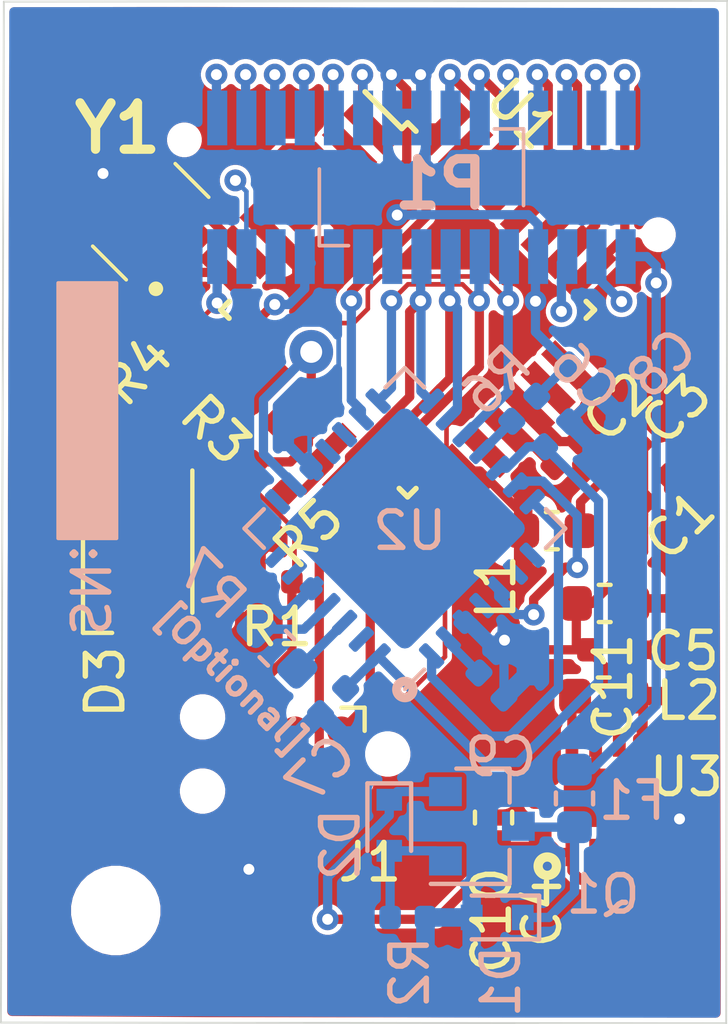
<source format=kicad_pcb>
(kicad_pcb (version 20171130) (host pcbnew "(5.1.5)-3")
  (layers (0 F.Cu signal) (31 B.Cu signal) (34 B.Paste user) (35 F.Paste user hide) (36 B.SilkS user) (37 F.SilkS user hide) (38 B.Mask user) (39 F.Mask user hide) (44 Edge.Cuts user))
  (net 0 "")
  (net 1 "Net-(U1-Pad7)")
  (net 2 GND)
  (net 3 /Reset)
  (net 4 /MOSI)
  (net 5 /SCK)
  (net 6 +5V)
  (net 7 /MISO)
  (net 8 "Net-(U2-Pad2)")
  (net 9 "Net-(U2-Pad6)")
  (net 10 "Net-(U2-Pad7)")
  (net 11 "Net-(U2-Pad8)")
  (net 12 "Net-(U2-Pad11)")
  (net 13 "Net-(U2-Pad12)")
  (net 14 "Net-(U2-Pad20)")
  (net 15 "Net-(U2-Pad21)")
  (net 16 "Net-(U2-Pad22)")
  (net 17 "Net-(U2-Pad23)")
  (net 18 "Net-(U2-Pad25)")
  (net 19 /CAN_CS)
  (net 20 /CAN_INT)
  (net 21 +12V)
  (net 22 /CLK_MCP)
  (net 23 /GREEN_LED)
  (net 24 /RED_LED)
  (net 25 /BLUE_LED)
  (net 26 /U-Pin8)
  (net 27 /U-Pin12)
  (net 28 /U-Pin14)
  (net 29 /U-Pin20)
  (net 30 /U-Pin22)
  (net 31 "Net-(D1-Pad1)")
  (net 32 "Net-(D2-Pad2)")
  (net 33 /U-Pin2)
  (net 34 /U-Pin4)
  (net 35 /U-Pin6)
  (net 36 /U-Pin7)
  (net 37 /U-Pin23)
  (net 38 /U-Pin1)
  (net 39 /U-Pin3)
  (net 40 +12V_Safe)
  (net 41 "Net-(C3-Pad2)")
  (net 42 "Net-(C7-Pad1)")
  (net 43 "Net-(C9-Pad2)")
  (net 44 "Net-(L2-Pad1)")
  (net 45 "Net-(R6-Pad1)")
  (net 46 "Net-(U3-Pad2)")
  (net 47 "Net-(U3-Pad6)")
  (net 48 "Net-(U1-Pad19)")
  (net 49 "Net-(U1-Pad22)")
  (net 50 "Net-(U1-Pad24)")
  (net 51 "Net-(C2-Pad1)")
  (net 52 "Net-(D3-Pad2)")
  (net 53 "Net-(D3-Pad3)")
  (net 54 "Net-(D3-Pad4)")
  (net 55 "Net-(U1-Pad29)")
  (net 56 "Net-(U1-Pad8)")
  (net 57 "Net-(P1-Pad3)")
  (net 58 "Net-(P1-Pad17)")
  (net 59 "Net-(P1-Pad19)")
  (net 60 "Net-(P1-Pad21)")
  (net 61 "Net-(P1-Pad25)")
  (net 62 "Net-(P1-Pad27)")
  (net 63 /U-Pin10)
  (net 64 /U-Pin24)
  (net 65 /U-Pin26)
  (net 66 /U-Pin28)
  (net 67 /U-Pin30)
  (net 68 /U-Pin5)
  (module Connector:Tag-Connect_TC2030-IDC-NL_2x03_P1.27mm_Vertical (layer F.Cu) (at 70.96 84.62 180)
    (fp_text reference J1 (at -2.05 -2.97) (layer F.SilkS))
    (fp_text value TC2030-MCP-NL)
    (pad "" np_thru_hole circle (at 2.54 -1.016 180) (size 0.9906 0.9906) (drill 0.9906) (layers *.Cu *.Mask))
    (pad "" np_thru_hole circle (at 2.54 1.016 180) (size 0.9906 0.9906) (drill 0.9906) (layers *.Cu *.Mask))
    (pad "" np_thru_hole circle (at -2.54 0 180) (size 0.9906 0.9906) (drill 0.9906) (layers *.Cu *.Mask))
    (pad 1 connect circle (at -1.27 0.635 180) (size 0.7874 0.7874) (layers F.Cu F.Mask) (net 7 /MISO))
    (pad 2 connect circle (at -1.27 -0.635 180) (size 0.7874 0.7874) (layers F.Cu F.Mask) (net 6 +5V))
    (pad 3 connect circle (at 0 0.635 180) (size 0.7874 0.7874) (layers F.Cu F.Mask) (net 5 /SCK))
    (pad 4 connect circle (at 0 -0.635 180) (size 0.7874 0.7874) (layers F.Cu F.Mask) (net 4 /MOSI))
    (pad 5 connect circle (at 1.27 0.635 180) (size 0.7874 0.7874) (layers F.Cu F.Mask) (net 3 /Reset))
    (pad 6 connect circle (at 1.27 -0.635 180) (size 0.7874 0.7874) (layers F.Cu F.Mask) (net 2 GND))
  )
  (module SMLP36RGB2W3R:ILWX10SBVFBE (layer B.Cu) (at 74.422 69.088 180)
    (fp_text reference P1 (at -0.528 0.088) (layer B.SilkS) (effects (font (size 1.27 1.27) (thickness 0.254)) (justify mirror)))
    (fp_text value Conn_02x15_Odd_Even hide)
    (pad "" np_thru_hole circle (at 6.5 1.3 180) (size 0.7 0.7) (drill 0.7) (layers *.Cu *.Mask))
    (pad "" np_thru_hole circle (at -6.5 -1.3 180) (size 0.7 0.7) (drill 0.7) (layers *.Cu *.Mask))
    (pad 1 smd rect (at -5.6 -1.9 180) (size 0.55 1.5) (layers B.Cu B.Paste B.Mask) (net 21 +12V))
    (pad 2 smd rect (at -5.6 1.9 180) (size 0.55 1.5) (layers B.Cu B.Paste B.Mask) (net 33 /U-Pin2))
    (pad 3 smd rect (at -4.8 -1.9 180) (size 0.55 1.5) (layers B.Cu B.Paste B.Mask) (net 57 "Net-(P1-Pad3)"))
    (pad 4 smd rect (at -4.8 1.9 180) (size 0.55 1.5) (layers B.Cu B.Paste B.Mask) (net 34 /U-Pin4))
    (pad 5 smd rect (at -4 -1.9 180) (size 0.55 1.5) (layers B.Cu B.Paste B.Mask) (net 68 /U-Pin5))
    (pad 6 smd rect (at -4 1.9 180) (size 0.55 1.5) (layers B.Cu B.Paste B.Mask) (net 35 /U-Pin6))
    (pad 7 smd rect (at -3.2 -1.9 180) (size 0.55 1.5) (layers B.Cu B.Paste B.Mask) (net 6 +5V))
    (pad 8 smd rect (at -3.2 1.9 180) (size 0.55 1.5) (layers B.Cu B.Paste B.Mask) (net 26 /U-Pin8))
    (pad 9 smd rect (at -2.4 -1.9 180) (size 0.55 1.5) (layers B.Cu B.Paste B.Mask) (net 19 /CAN_CS))
    (pad 10 smd rect (at -2.4 1.9 180) (size 0.55 1.5) (layers B.Cu B.Paste B.Mask) (net 63 /U-Pin10))
    (pad 11 smd rect (at -1.6 -1.9 180) (size 0.55 1.5) (layers B.Cu B.Paste B.Mask) (net 5 /SCK))
    (pad 12 smd rect (at -1.6 1.9 180) (size 0.55 1.5) (layers B.Cu B.Paste B.Mask) (net 27 /U-Pin12))
    (pad 13 smd rect (at -0.8 -1.9 180) (size 0.55 1.5) (layers B.Cu B.Paste B.Mask) (net 7 /MISO))
    (pad 14 smd rect (at -0.8 1.9 180) (size 0.55 1.5) (layers B.Cu B.Paste B.Mask) (net 28 /U-Pin14))
    (pad 15 smd rect (at 0 -1.9 180) (size 0.55 1.5) (layers B.Cu B.Paste B.Mask) (net 4 /MOSI))
    (pad 16 smd rect (at 0 1.9 180) (size 0.55 1.5) (layers B.Cu B.Paste B.Mask) (net 2 GND))
    (pad 17 smd rect (at 0.8 -1.9 180) (size 0.55 1.5) (layers B.Cu B.Paste B.Mask) (net 58 "Net-(P1-Pad17)"))
    (pad 18 smd rect (at 0.8 1.9 180) (size 0.55 1.5) (layers B.Cu B.Paste B.Mask) (net 2 GND))
    (pad 19 smd rect (at 1.6 -1.9 180) (size 0.55 1.5) (layers B.Cu B.Paste B.Mask) (net 59 "Net-(P1-Pad19)"))
    (pad 20 smd rect (at 1.6 1.9 180) (size 0.55 1.5) (layers B.Cu B.Paste B.Mask) (net 29 /U-Pin20))
    (pad 21 smd rect (at 2.4 -1.9 180) (size 0.55 1.5) (layers B.Cu B.Paste B.Mask) (net 60 "Net-(P1-Pad21)"))
    (pad 22 smd rect (at 2.4 1.9 180) (size 0.55 1.5) (layers B.Cu B.Paste B.Mask) (net 30 /U-Pin22))
    (pad 23 smd rect (at 3.2 -1.9 180) (size 0.55 1.5) (layers B.Cu B.Paste B.Mask) (net 37 /U-Pin23))
    (pad 24 smd rect (at 3.2 1.9 180) (size 0.55 1.5) (layers B.Cu B.Paste B.Mask) (net 64 /U-Pin24))
    (pad 25 smd rect (at 4 -1.9 180) (size 0.55 1.5) (layers B.Cu B.Paste B.Mask) (net 61 "Net-(P1-Pad25)"))
    (pad 26 smd rect (at 4 1.9 180) (size 0.55 1.5) (layers B.Cu B.Paste B.Mask) (net 65 /U-Pin26))
    (pad 27 smd rect (at 4.8 -1.9 180) (size 0.55 1.5) (layers B.Cu B.Paste B.Mask) (net 62 "Net-(P1-Pad27)"))
    (pad 28 smd rect (at 4.8 1.9 180) (size 0.55 1.5) (layers B.Cu B.Paste B.Mask) (net 66 /U-Pin28))
    (pad 29 smd rect (at 5.6 -1.9 180) (size 0.55 1.5) (layers B.Cu B.Paste B.Mask) (net 3 /Reset))
    (pad 30 smd rect (at 5.6 1.9 180) (size 0.55 1.5) (layers B.Cu B.Paste B.Mask) (net 67 /U-Pin30))
  )
  (module LED_SMD:LED_Avago_PLCC4_3.2x2.8mm_CW (layer F.Cu) (at 66.64 78.8 90)
    (fp_text reference D3 (at -3.85 -0.89 270) (layer F.SilkS))
    (fp_text value ASMB-MTB0-0A3A2)
    (pad 1 smd rect (at -1.5 -0.75 90) (size 1.5 1.1) (layers F.Cu F.Paste F.Mask) (net 6 +5V))
    (pad 2 smd rect (at 1.5 -0.75 90) (size 1.5 1.1) (layers F.Cu F.Paste F.Mask) (net 52 "Net-(D3-Pad2)"))
    (pad 3 smd rect (at 1.5 0.75 90) (size 1.5 1.1) (layers F.Cu F.Paste F.Mask) (net 53 "Net-(D3-Pad3)"))
    (pad 4 smd rect (at -1.5 0.75 90) (size 1.5 1.1) (layers F.Cu F.Paste F.Mask) (net 54 "Net-(D3-Pad4)"))
  )
  (module Resistor_SMD:R_0402_1005Metric (layer F.Cu) (at 70.385 79.9)
    (fp_text reference R1 (at 0.065 1.24) (layer F.SilkS))
    (fp_text value "10K Ohm")
    (pad 1 smd roundrect (at -0.485 0) (size 0.59 0.64) (layers F.Cu F.Paste F.Mask) (net 6 +5V))
    (pad 2 smd roundrect (at 0.485 0) (size 0.59 0.64) (layers F.Cu F.Paste F.Mask) (net 3 /Reset))
  )
  (module Resistor_SMD:R_0402_1005Metric (layer F.Cu) (at 70.322947 77.797053 45)
    (fp_text reference R5 (at 0.151396 1.25865 45) (layer F.SilkS))
    (fp_text value "190 Ohm")
    (pad 1 smd roundrect (at -0.485 0 45) (size 0.59 0.64) (layers F.Cu F.Paste F.Mask) (net 52 "Net-(D3-Pad2)"))
    (pad 2 smd roundrect (at 0.485 0 45) (size 0.59 0.64) (layers F.Cu F.Paste F.Mask) (net 25 /BLUE_LED))
  )
  (module Package_DFN_QFN:QFN-28-1EP_6x6mm_P0.65mm_EP4.8x4.8mm (layer B.Cu) (at 73.968 78.44 45)
    (fp_text reference U2 (at 0.050912 0.135765 180) (layer B.SilkS) (effects (justify mirror)))
    (fp_text value MCP25625-x-SS)
    (pad 29 smd roundrect (at 0 0 45) (size 4.8 4.8) (layers B.Cu B.Mask) (roundrect_rratio 0.052083))
    (pad 1 smd roundrect (at -2.9875 1.95 45) (size 0.775 0.3) (layers B.Cu B.Paste B.Mask) (net 42 "Net-(C7-Pad1)"))
    (pad 2 smd roundrect (at -2.9875 1.3 45) (size 0.775 0.3) (layers B.Cu B.Paste B.Mask) (net 8 "Net-(U2-Pad2)"))
    (pad 3 smd roundrect (at -2.9875 0.65 45) (size 0.775 0.3) (layers B.Cu B.Paste B.Mask) (net 38 /U-Pin1))
    (pad 4 smd roundrect (at -2.9875 0 45) (size 0.775 0.3) (layers B.Cu B.Paste B.Mask) (net 39 /U-Pin3))
    (pad 5 smd roundrect (at -2.9875 -0.65 45) (size 0.775 0.3) (layers B.Cu B.Paste B.Mask) (net 2 GND))
    (pad 6 smd roundrect (at -2.9875 -1.3 45) (size 0.775 0.3) (layers B.Cu B.Paste B.Mask) (net 9 "Net-(U2-Pad6)"))
    (pad 7 smd roundrect (at -2.9875 -1.95 45) (size 0.775 0.3) (layers B.Cu B.Paste B.Mask) (net 10 "Net-(U2-Pad7)"))
    (pad 8 smd roundrect (at -1.95 -2.9875 45) (size 0.3 0.775) (layers B.Cu B.Paste B.Mask) (net 11 "Net-(U2-Pad8)"))
    (pad 9 smd roundrect (at -1.3 -2.9875 45) (size 0.3 0.775) (layers B.Cu B.Paste B.Mask) (net 22 /CLK_MCP))
    (pad 10 smd roundrect (at -0.65 -2.9875 45) (size 0.3 0.775) (layers B.Cu B.Paste B.Mask) (net 2 GND))
    (pad 11 smd roundrect (at 0 -2.9875 45) (size 0.3 0.775) (layers B.Cu B.Paste B.Mask) (net 12 "Net-(U2-Pad11)"))
    (pad 12 smd roundrect (at 0.65 -2.9875 45) (size 0.3 0.775) (layers B.Cu B.Paste B.Mask) (net 13 "Net-(U2-Pad12)"))
    (pad 13 smd roundrect (at 1.3 -2.9875 45) (size 0.3 0.775) (layers B.Cu B.Paste B.Mask) (net 20 /CAN_INT))
    (pad 14 smd roundrect (at 1.95 -2.9875 45) (size 0.3 0.775) (layers B.Cu B.Paste B.Mask) (net 5 /SCK))
    (pad 15 smd roundrect (at 2.9875 -1.95 45) (size 0.775 0.3) (layers B.Cu B.Paste B.Mask) (net 4 /MOSI))
    (pad 16 smd roundrect (at 2.9875 -1.3 45) (size 0.775 0.3) (layers B.Cu B.Paste B.Mask) (net 7 /MISO))
    (pad 17 smd roundrect (at 2.9875 -0.65 45) (size 0.775 0.3) (layers B.Cu B.Paste B.Mask) (net 19 /CAN_CS))
    (pad 18 smd roundrect (at 2.9875 0 45) (size 0.775 0.3) (layers B.Cu B.Paste B.Mask) (net 45 "Net-(R6-Pad1)"))
    (pad 19 smd roundrect (at 2.9875 0.65 45) (size 0.775 0.3) (layers B.Cu B.Paste B.Mask) (net 42 "Net-(C7-Pad1)"))
    (pad 20 smd roundrect (at 2.9875 1.3 45) (size 0.775 0.3) (layers B.Cu B.Paste B.Mask) (net 14 "Net-(U2-Pad20)"))
    (pad 21 smd roundrect (at 2.9875 1.95 45) (size 0.775 0.3) (layers B.Cu B.Paste B.Mask) (net 15 "Net-(U2-Pad21)"))
    (pad 22 smd roundrect (at 1.95 2.9875 45) (size 0.3 0.775) (layers B.Cu B.Paste B.Mask) (net 16 "Net-(U2-Pad22)"))
    (pad 23 smd roundrect (at 1.3 2.9875 45) (size 0.3 0.775) (layers B.Cu B.Paste B.Mask) (net 17 "Net-(U2-Pad23)"))
    (pad 24 smd roundrect (at 0.65 2.9875 45) (size 0.3 0.775) (layers B.Cu B.Paste B.Mask) (net 14 "Net-(U2-Pad20)"))
    (pad 25 smd roundrect (at 0 2.9875 45) (size 0.3 0.775) (layers B.Cu B.Paste B.Mask) (net 18 "Net-(U2-Pad25)"))
    (pad 26 smd roundrect (at -0.65 2.9875 45) (size 0.3 0.775) (layers B.Cu B.Paste B.Mask) (net 2 GND))
    (pad 27 smd roundrect (at -1.3 2.9875 45) (size 0.3 0.775) (layers B.Cu B.Paste B.Mask) (net 43 "Net-(C9-Pad2)"))
    (pad 28 smd roundrect (at -1.95 2.9875 45) (size 0.3 0.775) (layers B.Cu B.Paste B.Mask) (net 15 "Net-(U2-Pad21)"))
  )
  (module Package_QFP:TQFP-32_7x7mm_P0.8mm (layer F.Cu) (at 74.043324 72.446268 315)
    (fp_text reference U1 (at -1.57656 -6.012489 135) (layer F.SilkS))
    (fp_text value ATmega328P-AU)
    (pad 1 smd rect (at -4.25 -2.8 315) (size 1.6 0.55) (layers F.Cu F.Paste F.Mask) (net 29 /U-Pin20))
    (pad 2 smd rect (at -4.25 -2 315) (size 1.6 0.55) (layers F.Cu F.Paste F.Mask) (net 30 /U-Pin22))
    (pad 3 smd rect (at -4.25 -1.2 315) (size 1.6 0.55) (layers F.Cu F.Paste F.Mask) (net 2 GND))
    (pad 4 smd rect (at -4.25 -0.4 315) (size 1.6 0.55) (layers F.Cu F.Paste F.Mask) (net 6 +5V))
    (pad 5 smd rect (at -4.25 0.4 315) (size 1.6 0.55) (layers F.Cu F.Paste F.Mask) (net 2 GND))
    (pad 6 smd rect (at -4.25 1.2 315) (size 1.6 0.55) (layers F.Cu F.Paste F.Mask) (net 6 +5V))
    (pad 7 smd rect (at -4.25 2 315) (size 1.6 0.55) (layers F.Cu F.Paste F.Mask) (net 1 "Net-(U1-Pad7)"))
    (pad 8 smd rect (at -4.25 2.8 315) (size 1.6 0.55) (layers F.Cu F.Paste F.Mask) (net 56 "Net-(U1-Pad8)"))
    (pad 9 smd rect (at -2.8 4.25 45) (size 1.6 0.55) (layers F.Cu F.Paste F.Mask) (net 23 /GREEN_LED))
    (pad 10 smd rect (at -2 4.25 45) (size 1.6 0.55) (layers F.Cu F.Paste F.Mask) (net 37 /U-Pin23))
    (pad 11 smd rect (at -1.2 4.25 45) (size 1.6 0.55) (layers F.Cu F.Paste F.Mask) (net 19 /CAN_CS))
    (pad 12 smd rect (at -0.4 4.25 45) (size 1.6 0.55) (layers F.Cu F.Paste F.Mask) (net 22 /CLK_MCP))
    (pad 13 smd rect (at 0.4 4.25 45) (size 1.6 0.55) (layers F.Cu F.Paste F.Mask) (net 24 /RED_LED))
    (pad 14 smd rect (at 1.2 4.25 45) (size 1.6 0.55) (layers F.Cu F.Paste F.Mask) (net 25 /BLUE_LED))
    (pad 15 smd rect (at 2 4.25 45) (size 1.6 0.55) (layers F.Cu F.Paste F.Mask) (net 4 /MOSI))
    (pad 16 smd rect (at 2.8 4.25 45) (size 1.6 0.55) (layers F.Cu F.Paste F.Mask) (net 7 /MISO))
    (pad 17 smd rect (at 4.25 2.8 315) (size 1.6 0.55) (layers F.Cu F.Paste F.Mask) (net 5 /SCK))
    (pad 18 smd rect (at 4.25 2 315) (size 1.6 0.55) (layers F.Cu F.Paste F.Mask) (net 6 +5V))
    (pad 19 smd rect (at 4.25 1.2 315) (size 1.6 0.55) (layers F.Cu F.Paste F.Mask) (net 48 "Net-(U1-Pad19)"))
    (pad 20 smd rect (at 4.25 0.4 315) (size 1.6 0.55) (layers F.Cu F.Paste F.Mask) (net 51 "Net-(C2-Pad1)"))
    (pad 21 smd rect (at 4.25 -0.4 315) (size 1.6 0.55) (layers F.Cu F.Paste F.Mask) (net 2 GND))
    (pad 22 smd rect (at 4.25 -1.2 315) (size 1.6 0.55) (layers F.Cu F.Paste F.Mask) (net 49 "Net-(U1-Pad22)"))
    (pad 23 smd rect (at 4.25 -2 315) (size 1.6 0.55) (layers F.Cu F.Paste F.Mask) (net 36 /U-Pin7))
    (pad 24 smd rect (at 4.25 -2.8 315) (size 1.6 0.55) (layers F.Cu F.Paste F.Mask) (net 50 "Net-(U1-Pad24)"))
    (pad 25 smd rect (at 2.8 -4.25 45) (size 1.6 0.55) (layers F.Cu F.Paste F.Mask) (net 33 /U-Pin2))
    (pad 26 smd rect (at 2 -4.25 45) (size 1.6 0.55) (layers F.Cu F.Paste F.Mask) (net 34 /U-Pin4))
    (pad 27 smd rect (at 1.2 -4.25 45) (size 1.6 0.55) (layers F.Cu F.Paste F.Mask) (net 35 /U-Pin6))
    (pad 28 smd rect (at 0.4 -4.25 45) (size 1.6 0.55) (layers F.Cu F.Paste F.Mask) (net 26 /U-Pin8))
    (pad 29 smd rect (at -0.4 -4.25 45) (size 1.6 0.55) (layers F.Cu F.Paste F.Mask) (net 55 "Net-(U1-Pad29)"))
    (pad 30 smd rect (at -1.2 -4.25 45) (size 1.6 0.55) (layers F.Cu F.Paste F.Mask) (net 27 /U-Pin12))
    (pad 31 smd rect (at -2 -4.25 45) (size 1.6 0.55) (layers F.Cu F.Paste F.Mask) (net 28 /U-Pin14))
    (pad 32 smd rect (at -2.8 -4.25 45) (size 1.6 0.55) (layers F.Cu F.Paste F.Mask) (net 20 /CAN_INT))
  )
  (module CSTNE16M0V530000R0:CSTNE16M0V530000R0 (layer F.Cu) (at 67.299049 70.331992 45)
    (fp_text reference Y1 (at 1.168807 -2.878661) (layer F.SilkS) (effects (font (size 1.27 1.27) (thickness 0.254))))
    (fp_text value 16.0Mhz hide)
    (pad 3 smd rect (at 1.2 -0.425 45) (size 0.4 1.9) (layers F.Cu F.Paste F.Mask) (net 1 "Net-(U1-Pad7)"))
    (pad 2 smd rect (at 0 -0.425 45) (size 0.4 1.9) (layers F.Cu F.Paste F.Mask) (net 2 GND))
    (pad 1 smd rect (at -1.2 -0.425 45) (size 0.4 1.9) (layers F.Cu F.Paste F.Mask) (net 56 "Net-(U1-Pad8)"))
  )
  (module Capacitor_SMD:C_0402_1005Metric (layer F.Cu) (at 80.857053 77.342947 225)
    (fp_text reference C1 (at 0.257462 -1.180868 45) (layer F.SilkS))
    (fp_text value 0.1uF)
    (pad 1 smd roundrect (at -0.485 0 225) (size 0.59 0.64) (layers F.Cu F.Paste F.Mask) (net 6 +5V))
    (pad 2 smd roundrect (at 0.485 0 225) (size 0.59 0.64) (layers F.Cu F.Paste F.Mask) (net 2 GND))
  )
  (module Diode_SMD:D_SOD-523 (layer B.Cu) (at 76.5 89.1 180)
    (fp_text reference D1 (at -0.1016 -1.7526 90) (layer B.SilkS) (effects (justify mirror)))
    (fp_text value 15V)
    (pad 1 smd rect (at -0.7 0) (size 0.6 0.7) (layers B.Cu B.Paste B.Mask) (net 31 "Net-(D1-Pad1)"))
    (pad 2 smd rect (at 0.7 0) (size 0.6 0.7) (layers B.Cu B.Paste B.Mask) (net 2 GND))
  )
  (module Inductor_SMD:L_0603_1608Metric (layer F.Cu) (at 78 78.5)
    (fp_text reference L1 (at -1.53 1.54 -90) (layer F.SilkS))
    (fp_text value 10uH)
    (pad 2 smd roundrect (at 0.7875 0) (size 0.875 0.95) (layers F.Cu F.Paste F.Mask) (net 41 "Net-(C3-Pad2)"))
    (pad 1 smd roundrect (at -0.7875 0) (size 0.875 0.95) (layers F.Cu F.Paste F.Mask) (net 6 +5V))
  )
  (module Capacitor_SMD:C_0402_1005Metric (layer F.Cu) (at 80.042947 76.457053 225)
    (fp_text reference C3 (at -1.862594 -0.070711 225) (layer F.SilkS))
    (fp_text value 0.1uF)
    (pad 2 smd roundrect (at 0.485 0 225) (size 0.59 0.64) (layers F.Cu F.Paste F.Mask) (net 41 "Net-(C3-Pad2)"))
    (pad 1 smd roundrect (at -0.485 0 225) (size 0.59 0.64) (layers F.Cu F.Paste F.Mask) (net 2 GND))
  )
  (module Resistor_SMD:R_0402_1005Metric (layer B.Cu) (at 74.048 89.1)
    (fp_text reference R2 (at 0.052 1.5 270) (layer B.SilkS) (effects (justify mirror)))
    (fp_text value "100K Ohm")
    (pad 2 smd roundrect (at 0.485 0) (size 0.59 0.64) (layers B.Cu B.Paste B.Mask) (net 2 GND))
    (pad 1 smd roundrect (at -0.485 0) (size 0.59 0.64) (layers B.Cu B.Paste B.Mask) (net 32 "Net-(D2-Pad2)"))
  )
  (module Package_TO_SOT_SMD:SOT-23 (layer B.Cu) (at 76.08 86.6)
    (fp_text reference Q1 (at 3.32 1.87) (layer B.SilkS) (effects (justify mirror)))
    (fp_text value Q_PMOS_DGS)
    (pad 3 smd rect (at 1 0) (size 0.9 0.8) (layers B.Cu B.Paste B.Mask) (net 31 "Net-(D1-Pad1)"))
    (pad 2 smd rect (at -1 -0.95) (size 0.9 0.8) (layers B.Cu B.Paste B.Mask) (net 40 +12V_Safe))
    (pad 1 smd rect (at -1 0.95) (size 0.9 0.8) (layers B.Cu B.Paste B.Mask) (net 32 "Net-(D2-Pad2)"))
  )
  (module Fuse:Fuse_0603_1608Metric (layer B.Cu) (at 78.62 85.8375 90)
    (fp_text reference F1 (at -0.0625 1.58 180) (layer B.SilkS) (effects (justify mirror)))
    (fp_text value 250mA)
    (pad 2 smd roundrect (at 0.7875 0 90) (size 0.875 0.95) (layers B.Cu B.Paste B.Mask) (net 21 +12V))
    (pad 1 smd roundrect (at -0.7875 0 90) (size 0.875 0.95) (layers B.Cu B.Paste B.Mask) (net 31 "Net-(D1-Pad1)"))
  )
  (module Diode_SMD:D_SOD-523 (layer B.Cu) (at 73.54 86.574 270)
    (fp_text reference D2 (at 0.526 1.34 90) (layer B.SilkS) (effects (justify mirror)))
    (fp_text value 2.4V)
    (pad 1 smd rect (at -0.7 0 90) (size 0.6 0.7) (layers B.Cu B.Paste B.Mask) (net 40 +12V_Safe))
    (pad 2 smd rect (at 0.7 0 90) (size 0.6 0.7) (layers B.Cu B.Paste B.Mask) (net 32 "Net-(D2-Pad2)"))
  )
  (module Resistor_SMD:R_0603_1608Metric (layer B.Cu) (at 70.46 81.72 315)
    (fp_text reference R7 (at -2.5173 0.042426 315) (layer B.SilkS) (effects (justify mirror)))
    (fp_text value "120 Ohm")
    (pad 1 smd roundrect (at -0.7875 0 315) (size 0.875 0.95) (layers B.Cu B.Paste B.Mask) (net 39 /U-Pin3))
    (pad 2 smd roundrect (at 0.7875 0 315) (size 0.875 0.95) (layers B.Cu B.Paste B.Mask) (net 38 /U-Pin1))
  )
  (module Capacitor_SMD:C_0402_1005Metric (layer B.Cu) (at 72 83.17 225)
    (fp_text reference C7 (at 1.559803 -1.103087 225) (layer B.SilkS) (effects (justify mirror)))
    (fp_text value 0.1uF)
    (pad 1 smd roundrect (at -0.485 0 225) (size 0.59 0.64) (layers B.Cu B.Paste B.Mask) (net 42 "Net-(C7-Pad1)"))
    (pad 2 smd roundrect (at 0.485 0 225) (size 0.59 0.64) (layers B.Cu B.Paste B.Mask) (net 2 GND))
  )
  (module Capacitor_SMD:C_0402_1005Metric (layer B.Cu) (at 78.142947 75.857053 45)
    (fp_text reference C8 (at 3.412572 0.66468 45) (layer B.SilkS) (effects (justify mirror)))
    (fp_text value 0.1uF hide)
    (pad 1 smd roundrect (at -0.485 0 45) (size 0.59 0.64) (layers B.Cu B.Paste B.Mask) (net 42 "Net-(C7-Pad1)"))
    (pad 2 smd roundrect (at 0.485 0 45) (size 0.59 0.64) (layers B.Cu B.Paste B.Mask) (net 2 GND))
  )
  (module Capacitor_SMD:C_0402_1005Metric (layer B.Cu) (at 76.342947 82.742947 135)
    (fp_text reference C9 (at -1.565609 -1.202082) (layer B.SilkS) (effects (justify mirror)))
    (fp_text value 0.1uF)
    (pad 1 smd roundrect (at -0.485 0 135) (size 0.59 0.64) (layers B.Cu B.Paste B.Mask) (net 2 GND))
    (pad 2 smd roundrect (at 0.485 0 135) (size 0.59 0.64) (layers B.Cu B.Paste B.Mask) (net 43 "Net-(C9-Pad2)"))
  )
  (module Capacitor_SMD:C_0402_1005Metric (layer B.Cu) (at 78.8 74.3 315)
    (fp_text reference C6 (at 0.070711 -0.070711 315) (layer B.SilkS) (effects (justify mirror)))
    (fp_text value 0.1uF)
    (pad 1 smd roundrect (at -0.485 0 315) (size 0.59 0.64) (layers B.Cu B.Paste B.Mask) (net 6 +5V))
    (pad 2 smd roundrect (at 0.485 0 315) (size 0.59 0.64) (layers B.Cu B.Paste B.Mask) (net 2 GND))
  )
  (module Resistor_SMD:R_0402_1005Metric (layer B.Cu) (at 77.242947 75.157053 45)
    (fp_text reference R6 (at 0.007071 -1.096016 45) (layer B.SilkS) (effects (justify mirror)))
    (fp_text value "10K Ohm")
    (pad 1 smd roundrect (at -0.485 0 45) (size 0.59 0.64) (layers B.Cu B.Paste B.Mask) (net 45 "Net-(R6-Pad1)"))
    (pad 2 smd roundrect (at 0.485 0 45) (size 0.59 0.64) (layers B.Cu B.Paste B.Mask) (net 6 +5V))
  )
  (module Capacitor_SMD:C_0402_1005Metric (layer F.Cu) (at 78.4 76.4 45)
    (fp_text reference C2 (at 1.916259 0.091924 225) (layer F.SilkS))
    (fp_text value 0.1uF)
    (pad 1 smd roundrect (at -0.485 0 45) (size 0.59 0.64) (layers F.Cu F.Paste F.Mask) (net 51 "Net-(C2-Pad1)"))
    (pad 2 smd roundrect (at 0.485 0 45) (size 0.59 0.64) (layers F.Cu F.Paste F.Mask) (net 2 GND))
  )
  (module Capacitor_SMD:C_0402_1005Metric (layer F.Cu) (at 77.67 86.313 90)
    (fp_text reference C4 (at -2.627 0.06 270) (layer F.SilkS))
    (fp_text value 0.1uF)
    (pad 1 smd roundrect (at -0.485 0 90) (size 0.59 0.64) (layers F.Cu F.Paste F.Mask) (net 40 +12V_Safe))
    (pad 2 smd roundrect (at 0.485 0 90) (size 0.59 0.64) (layers F.Cu F.Paste F.Mask) (net 2 GND))
  )
  (module Capacitor_SMD:C_0402_1005Metric (layer F.Cu) (at 79.471 81.764 180)
    (fp_text reference C5 (at -2.129 -0.036 180) (layer F.SilkS))
    (fp_text value 0.1uF)
    (pad 2 smd roundrect (at 0.485 0 180) (size 0.59 0.64) (layers F.Cu F.Paste F.Mask) (net 2 GND))
    (pad 1 smd roundrect (at -0.485 0 180) (size 0.59 0.64) (layers F.Cu F.Paste F.Mask) (net 6 +5V))
  )
  (module MountingHole:MountingHole_2.2mm_M2 (layer B.Cu) (at 66.04 88.91)
    (fp_text reference H1 (at 0.01 -0.05) (layer B.SilkS) (effects (justify mirror)))
    (fp_text value "M2 Mouting hole")
    (pad 1 np_thru_hole circle (at 0 0) (size 2.2 2.2) (drill 2.2) (layers *.Cu *.Mask))
  )
  (module Inductor_SMD:L_0603_1608Metric (layer F.Cu) (at 79.4225 83.034)
    (fp_text reference L2 (at 2.3175 0.126 -180) (layer F.SilkS))
    (fp_text value "2.2 µH")
    (pad 1 smd roundrect (at -0.7875 0) (size 0.875 0.95) (layers F.Cu F.Paste F.Mask) (net 44 "Net-(L2-Pad1)"))
    (pad 2 smd roundrect (at 0.7875 0) (size 0.875 0.95) (layers F.Cu F.Paste F.Mask) (net 6 +5V))
  )
  (module NCV890430MW50TXG:SON65P300X300X100-9N (layer F.Cu) (at 79.524 85.82 90)
    (fp_text reference U3 (at 0.57 2.166 180) (layer F.SilkS))
    (fp_text value NCV890430MW50TXG hide)
    (pad 1 smd rect (at -1.5 -0.975 180) (size 0.35 0.75) (layers F.Cu F.Paste F.Mask) (net 40 +12V_Safe))
    (pad 2 smd rect (at -1.5 -0.325 180) (size 0.35 0.75) (layers F.Cu F.Paste F.Mask) (net 46 "Net-(U3-Pad2)"))
    (pad 3 smd rect (at -1.5 0.325 180) (size 0.35 0.75) (layers F.Cu F.Paste F.Mask) (net 2 GND))
    (pad 4 smd rect (at -1.5 0.975 180) (size 0.35 0.75) (layers F.Cu F.Paste F.Mask) (net 40 +12V_Safe))
    (pad 5 smd rect (at 1.5 0.975 180) (size 0.35 0.75) (layers F.Cu F.Paste F.Mask) (net 6 +5V))
    (pad 6 smd rect (at 1.5 0.325 180) (size 0.35 0.75) (layers F.Cu F.Paste F.Mask) (net 47 "Net-(U3-Pad6)"))
    (pad 7 smd rect (at 1.5 -0.325 180) (size 0.35 0.75) (layers F.Cu F.Paste F.Mask) (net 2 GND))
    (pad 8 smd rect (at 1.5 -0.975 180) (size 0.35 0.75) (layers F.Cu F.Paste F.Mask) (net 44 "Net-(L2-Pad1)"))
    (pad 9 smd rect (at 0 0 90) (size 1.6 2.4) (layers F.Cu F.Paste F.Mask) (net 2 GND))
  )
  (module Capacitor_SMD:C_0603_1608Metric (layer F.Cu) (at 76.4 86.3615 90)
    (fp_text reference C10 (at -2.8194 -0.0508 90) (layer F.SilkS))
    (fp_text value 10uF)
    (pad 1 smd roundrect (at -0.7875 0 90) (size 0.875 0.95) (layers F.Cu F.Paste F.Mask) (net 40 +12V_Safe))
    (pad 2 smd roundrect (at 0.7875 0 90) (size 0.875 0.95) (layers F.Cu F.Paste F.Mask) (net 2 GND))
  )
  (module Capacitor_SMD:C_0603_1608Metric (layer F.Cu) (at 79.448 80.494 180)
    (fp_text reference C11 (at -0.2285 -2.286 270) (layer F.SilkS))
    (fp_text value 10uF)
    (pad 2 smd roundrect (at 0.7875 0 180) (size 0.875 0.95) (layers F.Cu F.Paste F.Mask) (net 2 GND))
    (pad 1 smd roundrect (at -0.7875 0 180) (size 0.875 0.95) (layers F.Cu F.Paste F.Mask) (net 6 +5V))
  )
  (module Resistor_SMD:R_0402_1005Metric (layer F.Cu) (at 69.492947 76.997053 45)
    (fp_text reference R3 (at 0.391812 -1.400071 315) (layer F.SilkS))
    (fp_text value "290 ohm")
    (pad 1 smd roundrect (at -0.485 0 45) (size 0.59 0.64) (layers F.Cu F.Paste F.Mask) (net 54 "Net-(D3-Pad4)"))
    (pad 2 smd roundrect (at 0.485 0 45) (size 0.59 0.64) (layers F.Cu F.Paste F.Mask) (net 24 /RED_LED))
  )
  (module Resistor_SMD:R_0402_1005Metric (layer F.Cu) (at 67.457053 74.942947 45)
    (fp_text reference R4 (at 0 -1.17 225) (layer F.SilkS))
    (fp_text value 200ohm)
    (pad 2 smd roundrect (at 0.485 0 45) (size 0.59 0.64) (layers F.Cu F.Paste F.Mask) (net 23 /GREEN_LED))
    (pad 1 smd roundrect (at -0.485 0 45) (size 0.59 0.64) (layers F.Cu F.Paste F.Mask) (net 53 "Net-(D3-Pad3)"))
  )
  (gr_line (start 62.89 91.98) (end 62.97 64) (layer Edge.Cuts) (width 0.05))
  (gr_line (start 82.78 92) (end 62.89 91.98) (layer Edge.Cuts) (width 0.05))
  (gr_line (start 82.81 63.98) (end 82.78 92) (layer Edge.Cuts) (width 0.05))
  (gr_line (start 62.97 64) (end 82.81 63.98) (layer Edge.Cuts) (width 0.05))
  (gr_text SN: (at 65.3 80.13 270) (layer B.SilkS) (effects (font (size 1 1)) (justify mirror)))
  (gr_poly (pts (xy 64.46 71.71) (xy 66.06 71.71) (xy 66.06 78.71) (xy 64.46 78.71)) (layer B.SilkS) (width 0.1))
  (gr_text [Optional] (at 69.24 82.53 315) (layer B.SilkS) (effects (font (size 0.7 0.7))))
  (segment (start 69.519392 70.855278) (end 69.623907 70.855278) (width 0.254) (layer F.Cu) (net 1))
  (segment (start 67.847057 69.182943) (end 69.519392 70.855278) (width 0.254) (layer F.Cu) (net 1))
  (via (at 73.6 66) (size 0.6) (drill 0.3) (layers F.Cu B.Cu) (net 2))
  (segment (start 77.416 85.574) (end 77.67 85.828) (width 0.254) (layer F.Cu) (net 2))
  (segment (start 76.4 85.574) (end 77.416 85.574) (width 0.254) (layer F.Cu) (net 2))
  (segment (start 77.678 85.82) (end 77.67 85.828) (width 0.254) (layer F.Cu) (net 2))
  (segment (start 79.524 85.82) (end 77.678 85.82) (width 0.254) (layer F.Cu) (net 2))
  (segment (start 79.849 87.072) (end 79.849 87.32) (width 0.254) (layer F.Cu) (net 2))
  (segment (start 79.524 86.747) (end 79.849 87.072) (width 0.254) (layer F.Cu) (net 2))
  (segment (start 79.524 85.82) (end 79.524 86.747) (width 0.254) (layer F.Cu) (net 2))
  (segment (start 79.199 85.495) (end 79.524 85.82) (width 0.254) (layer F.Cu) (net 2))
  (segment (start 79.199 84.32) (end 79.199 85.495) (width 0.254) (layer F.Cu) (net 2))
  (segment (start 80.328841 76.057053) (end 80.385894 76.114106) (width 0.254) (layer F.Cu) (net 2))
  (segment (start 78.485894 75.514106) (end 78.5 75.5) (width 0.254) (layer B.Cu) (net 2))
  (segment (start 74.4 67.166) (end 74.422 67.188) (width 0.254) (layer B.Cu) (net 2))
  (segment (start 74.4 66) (end 74.4 67.166) (width 0.254) (layer B.Cu) (net 2))
  (segment (start 73.6 67.166) (end 73.622 67.188) (width 0.254) (layer B.Cu) (net 2))
  (segment (start 73.6 66) (end 73.6 67.166) (width 0.254) (layer B.Cu) (net 2))
  (segment (start 80.514106 76.242318) (end 80.385894 76.114106) (width 0.254) (layer F.Cu) (net 2))
  (segment (start 80.514106 77.685894) (end 80.514106 76.242318) (width 0.254) (layer F.Cu) (net 2))
  (segment (start 74.422 67.188) (end 73.622 67.188) (width 0.254) (layer B.Cu) (net 2))
  (segment (start 80.514106 78.057926) (end 80.514106 77.685894) (width 0.254) (layer F.Cu) (net 2))
  (segment (start 80.514106 79.077894) (end 80.514106 78.057926) (width 0.254) (layer F.Cu) (net 2))
  (segment (start 79.098 80.494) (end 80.514106 79.077894) (width 0.254) (layer F.Cu) (net 2))
  (segment (start 78.6605 80.494) (end 79.098 80.494) (width 0.254) (layer F.Cu) (net 2))
  (via (at 76.7 81.5) (size 0.6) (drill 0.3) (layers F.Cu B.Cu) (net 2))
  (segment (start 76.320893 81.5) (end 76.7 81.5) (width 0.254) (layer B.Cu) (net 2))
  (segment (start 75.620862 81.012101) (end 75.832994 81.012101) (width 0.254) (layer B.Cu) (net 2))
  (segment (start 75.832994 81.012101) (end 76.320893 81.5) (width 0.254) (layer B.Cu) (net 2))
  (segment (start 74.4 66) (end 73.6 66) (width 0.254) (layer B.Cu) (net 2))
  (segment (start 76.685894 81.514106) (end 76.7 81.5) (width 0.254) (layer B.Cu) (net 2))
  (segment (start 76.685894 83.085894) (end 76.685894 81.514106) (width 0.254) (layer B.Cu) (net 2))
  (segment (start 79.142947 74.857053) (end 78.485894 75.514106) (width 0.254) (layer B.Cu) (net 2))
  (segment (start 79.142947 74.642947) (end 79.142947 74.857053) (width 0.254) (layer B.Cu) (net 2))
  (via (at 74.4 66) (size 0.6) (drill 0.3) (layers F.Cu B.Cu) (net 2))
  (segment (start 78.8 76.114106) (end 78.742947 76.057053) (width 0.254) (layer F.Cu) (net 2))
  (segment (start 80.385894 76.114106) (end 78.8 76.114106) (width 0.254) (layer F.Cu) (net 2))
  (via (at 81.5 86.4) (size 0.6) (drill 0.3) (layers F.Cu B.Cu) (net 2))
  (segment (start 71.395899 76.575006) (end 71.354104 76.533211) (width 0.254) (layer B.Cu) (net 2))
  (segment (start 71.395899 76.787138) (end 71.395899 76.575006) (width 0.254) (layer B.Cu) (net 2))
  (segment (start 80.92 85.82) (end 79.524 85.82) (width 0.254) (layer F.Cu) (net 2))
  (segment (start 81.5 86.4) (end 80.92 85.82) (width 0.254) (layer F.Cu) (net 2))
  (segment (start 71.395899 76.575006) (end 71.3 76.479107) (width 0.254) (layer B.Cu) (net 2))
  (segment (start 70.21 69.17863) (end 70.755277 69.723907) (width 0.254) (layer F.Cu) (net 2))
  (segment (start 70.71 68.01) (end 70.21 68.51) (width 0.254) (layer F.Cu) (net 2))
  (segment (start 70.21 68.51) (end 70.21 69.17863) (width 0.254) (layer F.Cu) (net 2))
  (segment (start 71.886648 68.592536) (end 71.304112 68.01) (width 0.254) (layer F.Cu) (net 2))
  (segment (start 71.304112 68.01) (end 70.71 68.01) (width 0.254) (layer F.Cu) (net 2))
  (segment (start 79.43 84.089) (end 79.199 84.32) (width 0.254) (layer F.Cu) (net 2))
  (segment (start 78.986 81.764) (end 79.43 82.208) (width 0.254) (layer F.Cu) (net 2))
  (segment (start 79.43 82.208) (end 79.43 84.089) (width 0.254) (layer F.Cu) (net 2))
  (segment (start 78.691 81.764) (end 78.986 81.764) (width 0.254) (layer F.Cu) (net 2))
  (segment (start 78.67 81.743) (end 78.691 81.764) (width 0.254) (layer F.Cu) (net 2))
  (segment (start 78.6605 80.494) (end 78.67 80.5035) (width 0.254) (layer F.Cu) (net 2))
  (segment (start 78.67 80.5035) (end 78.67 81.743) (width 0.254) (layer F.Cu) (net 2))
  (segment (start 76.964 81.764) (end 76.7 81.5) (width 0.254) (layer F.Cu) (net 2))
  (segment (start 78.986 81.764) (end 76.964 81.764) (width 0.254) (layer F.Cu) (net 2))
  (segment (start 78.219795 76.057053) (end 77.331371 75.168629) (width 0.254) (layer F.Cu) (net 2))
  (segment (start 78.742947 76.057053) (end 78.219795 76.057053) (width 0.254) (layer F.Cu) (net 2))
  (via (at 68.82 72.26) (size 0.6) (drill 0.3) (layers F.Cu B.Cu) (net 3))
  (segment (start 68.822 71.833736) (end 68.822 70.988) (width 0.254) (layer B.Cu) (net 3))
  (segment (start 68.82 71.835736) (end 68.822 71.833736) (width 0.254) (layer B.Cu) (net 3))
  (segment (start 68.82 72.26) (end 68.82 71.835736) (width 0.254) (layer B.Cu) (net 3))
  (segment (start 70.87 81.83) (end 70.87 79.9) (width 0.254) (layer F.Cu) (net 3))
  (segment (start 67.652078 75.179344) (end 70.94 78.467266) (width 0.127) (layer F.Cu) (net 3))
  (segment (start 67.216763 73.863237) (end 67.216763 74.75971) (width 0.127) (layer F.Cu) (net 3))
  (segment (start 67.220656 74.75971) (end 67.64029 75.179344) (width 0.127) (layer F.Cu) (net 3))
  (segment (start 70.94 78.467266) (end 70.94 79.83) (width 0.127) (layer F.Cu) (net 3))
  (segment (start 68.82 72.26) (end 67.216763 73.863237) (width 0.127) (layer F.Cu) (net 3))
  (segment (start 70.94 79.83) (end 70.87 79.9) (width 0.127) (layer F.Cu) (net 3))
  (segment (start 67.216763 74.75971) (end 67.220656 74.75971) (width 0.127) (layer F.Cu) (net 3))
  (segment (start 67.64029 75.179344) (end 67.652078 75.179344) (width 0.127) (layer F.Cu) (net 3))
  (via (at 74.4 72.2) (size 0.6) (drill 0.3) (layers F.Cu B.Cu) (net 4))
  (segment (start 72.452334 76.476776) (end 74.1 74.82911) (width 0.254) (layer F.Cu) (net 4))
  (segment (start 72.452334 76.865685) (end 72.452334 76.476776) (width 0.254) (layer F.Cu) (net 4))
  (segment (start 74.100001 72.499999) (end 74.4 72.2) (width 0.254) (layer F.Cu) (net 4))
  (segment (start 74.1 74.82911) (end 74.100001 72.499999) (width 0.254) (layer F.Cu) (net 4))
  (segment (start 74.4 71.01) (end 74.422 70.988) (width 0.254) (layer B.Cu) (net 4))
  (segment (start 74.4 72.2) (end 74.4 71.01) (width 0.254) (layer B.Cu) (net 4))
  (segment (start 74.41 74.68) (end 74.41 72.21) (width 0.254) (layer B.Cu) (net 4))
  (segment (start 74.41 72.21) (end 74.4 72.2) (width 0.254) (layer B.Cu) (net 4))
  (segment (start 74.701623 74.94866) (end 74.67866 74.94866) (width 0.254) (layer B.Cu) (net 4))
  (segment (start 74.67866 74.94866) (end 74.41 74.68) (width 0.254) (layer B.Cu) (net 4))
  (via (at 76 72.2) (size 0.6) (drill 0.3) (layers F.Cu B.Cu) (net 5))
  (via (at 73.6 72.2) (size 0.6) (drill 0.3) (layers F.Cu B.Cu) (net 5))
  (segment (start 76 72.2) (end 75.547599 71.747599) (width 0.127) (layer F.Cu) (net 5))
  (segment (start 74.052401 71.747599) (end 73.6 72.2) (width 0.127) (layer F.Cu) (net 5))
  (segment (start 75.547599 71.747599) (end 74.052401 71.747599) (width 0.127) (layer F.Cu) (net 5))
  (segment (start 73.6 74.583037) (end 73.6 72.2) (width 0.254) (layer B.Cu) (net 5))
  (segment (start 73.234377 74.94866) (end 73.6 74.583037) (width 0.254) (layer B.Cu) (net 5))
  (segment (start 76 71.01) (end 76.022 70.988) (width 0.254) (layer B.Cu) (net 5))
  (segment (start 76 72.2) (end 76 71.01) (width 0.254) (layer B.Cu) (net 5))
  (segment (start 74.39 76.752742) (end 75.068629 77.431371) (width 0.254) (layer F.Cu) (net 5))
  (segment (start 76 72.2) (end 76.01 72.21) (width 0.254) (layer F.Cu) (net 5))
  (segment (start 76.01 72.21) (end 76.01 74.01) (width 0.254) (layer F.Cu) (net 5))
  (segment (start 74.39 75.63) (end 76.01 74.01) (width 0.254) (layer F.Cu) (net 5))
  (segment (start 74.39 76.752742) (end 74.39 75.63) (width 0.254) (layer F.Cu) (net 5))
  (via (at 77.55 72.21) (size 0.6) (drill 0.3) (layers F.Cu B.Cu) (net 6))
  (segment (start 81.2 77.372032) (end 81.2 77) (width 0.254) (layer F.Cu) (net 6))
  (segment (start 80.499 83.323) (end 80.21 83.034) (width 0.254) (layer F.Cu) (net 6))
  (segment (start 80.499 84.32) (end 80.499 83.323) (width 0.254) (layer F.Cu) (net 6))
  (segment (start 80.21 82.018) (end 79.956 81.764) (width 0.254) (layer F.Cu) (net 6))
  (segment (start 80.21 83.034) (end 80.21 82.018) (width 0.254) (layer F.Cu) (net 6))
  (segment (start 79.956 80.7735) (end 80.2355 80.494) (width 0.254) (layer F.Cu) (net 6))
  (segment (start 79.956 81.764) (end 79.956 80.7735) (width 0.254) (layer F.Cu) (net 6))
  (segment (start 78.442947 73.957053) (end 77.585894 74.814106) (width 0.254) (layer B.Cu) (net 6))
  (segment (start 78.457053 73.957053) (end 78.442947 73.957053) (width 0.254) (layer B.Cu) (net 6))
  (segment (start 76.023223 76.865685) (end 77.2125 78.054962) (width 0.254) (layer F.Cu) (net 6))
  (segment (start 77.2125 78.054962) (end 77.2125 78.5) (width 0.254) (layer F.Cu) (net 6))
  (segment (start 75.634314 76.865685) (end 76.023223 76.865685) (width 0.254) (layer F.Cu) (net 6))
  (segment (start 77.7 71.066) (end 77.622 70.988) (width 0.254) (layer B.Cu) (net 6))
  (via (at 73.758098 69.849098) (size 0.6) (drill 0.3) (layers F.Cu B.Cu) (net 6))
  (segment (start 74.182362 69.849098) (end 74.19146 69.84) (width 0.254) (layer B.Cu) (net 6))
  (segment (start 73.758098 69.849098) (end 74.182362 69.849098) (width 0.254) (layer B.Cu) (net 6))
  (segment (start 77.622 70.111) (end 77.622 70.988) (width 0.254) (layer B.Cu) (net 6))
  (segment (start 77.351 69.84) (end 77.622 70.111) (width 0.254) (layer B.Cu) (net 6))
  (segment (start 74.19146 69.84) (end 77.351 69.84) (width 0.254) (layer B.Cu) (net 6))
  (segment (start 69.9 80.22) (end 69.9 79.9) (width 0.254) (layer F.Cu) (net 6))
  (segment (start 65.89 80.3) (end 65.89 81.177) (width 0.254) (layer F.Cu) (net 6))
  (segment (start 75.22395 76.455321) (end 75.634314 76.865685) (width 0.254) (layer F.Cu) (net 6))
  (via (at 65.69 68.71) (size 0.6) (drill 0.3) (layers F.Cu B.Cu) (net 2))
  (segment (start 66.998529 70.018529) (end 65.69 68.71) (width 0.254) (layer F.Cu) (net 2))
  (segment (start 66.998529 70.031472) (end 66.998529 70.018529) (width 0.254) (layer F.Cu) (net 2))
  (via (at 69.69 87.78) (size 0.6) (drill 0.3) (layers F.Cu B.Cu) (net 2))
  (segment (start 69.69 85.255) (end 69.69 87.78) (width 0.254) (layer F.Cu) (net 2))
  (segment (start 72.654112 69.36) (end 71.886648 68.592536) (width 0.254) (layer F.Cu) (net 2))
  (segment (start 73.05 69.36) (end 72.654112 69.36) (width 0.254) (layer F.Cu) (net 2))
  (segment (start 74.02 68.39) (end 73.05 69.36) (width 0.254) (layer F.Cu) (net 2))
  (segment (start 73.6 66) (end 74.02 66.42) (width 0.254) (layer F.Cu) (net 2))
  (segment (start 74.02 66.42) (end 74.02 68.39) (width 0.254) (layer F.Cu) (net 2))
  (segment (start 71.761153 72.847599) (end 70.852401 72.847599) (width 0.127) (layer B.Cu) (net 2))
  (segment (start 72.152401 73.238847) (end 71.761153 72.847599) (width 0.127) (layer B.Cu) (net 2))
  (segment (start 72.152401 73.961153) (end 72.152401 73.238847) (width 0.127) (layer B.Cu) (net 2))
  (segment (start 71.354104 76.533211) (end 71.354104 74.75945) (width 0.127) (layer B.Cu) (net 2))
  (segment (start 71.354104 74.75945) (end 72.152401 73.961153) (width 0.127) (layer B.Cu) (net 2))
  (segment (start 69.69 83.01) (end 69.69 83.985) (width 0.254) (layer F.Cu) (net 3))
  (segment (start 70.87 81.83) (end 69.69 83.01) (width 0.254) (layer F.Cu) (net 3))
  (segment (start 71.620399 77.69762) (end 72.452334 76.865685) (width 0.254) (layer F.Cu) (net 4))
  (segment (start 70.96 85.255) (end 71.620399 84.594601) (width 0.254) (layer F.Cu) (net 4))
  (segment (start 71.620399 84.594601) (end 71.620399 77.69762) (width 0.254) (layer F.Cu) (net 4))
  (segment (start 70.34 85.96) (end 70.34 84.605) (width 0.127) (layer F.Cu) (net 5))
  (segment (start 70.34 84.605) (end 70.566301 84.378699) (width 0.127) (layer F.Cu) (net 5))
  (segment (start 75.068629 81.954601) (end 72.48323 84.54) (width 0.127) (layer F.Cu) (net 5))
  (segment (start 72.48323 84.54) (end 72.08 84.54) (width 0.127) (layer F.Cu) (net 5))
  (segment (start 75.068629 77.431371) (end 75.068629 81.954601) (width 0.127) (layer F.Cu) (net 5))
  (segment (start 70.566301 84.378699) (end 70.96 83.985) (width 0.127) (layer F.Cu) (net 5))
  (segment (start 72.08 84.54) (end 71.59 85.03) (width 0.127) (layer F.Cu) (net 5))
  (segment (start 71.59 85.03) (end 71.59 85.55) (width 0.127) (layer F.Cu) (net 5))
  (segment (start 71.18 85.96) (end 70.34 85.96) (width 0.127) (layer F.Cu) (net 5))
  (segment (start 71.59 85.55) (end 71.18 85.96) (width 0.127) (layer F.Cu) (net 5))
  (segment (start 77.55 73.05) (end 77.55 72.21) (width 0.254) (layer B.Cu) (net 6))
  (segment (start 78.457053 73.957053) (end 77.55 73.05) (width 0.254) (layer B.Cu) (net 6))
  (segment (start 77.55 71.06) (end 77.622 70.988) (width 0.254) (layer B.Cu) (net 6))
  (segment (start 77.55 72.21) (end 77.55 71.06) (width 0.254) (layer B.Cu) (net 6))
  (segment (start 75.11 76.341371) (end 75.634314 76.865685) (width 0.127) (layer F.Cu) (net 6))
  (segment (start 75.11 75.64) (end 75.11 76.341371) (width 0.127) (layer F.Cu) (net 6))
  (segment (start 77.55 72.21) (end 77.55 73.2) (width 0.127) (layer F.Cu) (net 6))
  (segment (start 77.55 73.2) (end 75.11 75.64) (width 0.127) (layer F.Cu) (net 6))
  (via (at 69.32 68.9) (size 0.6) (drill 0.3) (layers F.Cu B.Cu) (net 62))
  (via (at 75.2 72.2) (size 0.6) (drill 0.3) (layers F.Cu B.Cu) (net 7))
  (segment (start 75.2 71.01) (end 75.222 70.988) (width 0.254) (layer B.Cu) (net 7))
  (segment (start 75.2 72.2) (end 75.2 71.01) (width 0.254) (layer B.Cu) (net 7))
  (segment (start 74.8 74.73) (end 74.94 74.59) (width 0.254) (layer F.Cu) (net 7))
  (segment (start 74.939999 74.59) (end 74.94 74.59) (width 0.254) (layer F.Cu) (net 7))
  (segment (start 73.018629 77.431371) (end 73.018019 77.431371) (width 0.254) (layer F.Cu) (net 7))
  (segment (start 74.03 76.42) (end 73.018629 77.431371) (width 0.254) (layer F.Cu) (net 7))
  (segment (start 74.939999 74.59) (end 74.03 75.499999) (width 0.254) (layer F.Cu) (net 7))
  (segment (start 74.03 75.499999) (end 74.03 76.42) (width 0.254) (layer F.Cu) (net 7))
  (segment (start 75.41 75.159523) (end 75.161243 75.40828) (width 0.254) (layer B.Cu) (net 7))
  (segment (start 75.2 72.2) (end 75.41 72.41) (width 0.254) (layer B.Cu) (net 7))
  (segment (start 75.41 72.41) (end 75.41 75.159523) (width 0.254) (layer B.Cu) (net 7))
  (segment (start 74.939999 74.59) (end 75.2 74.329999) (width 0.254) (layer F.Cu) (net 7))
  (segment (start 75.2 74.329999) (end 75.2 72.2) (width 0.254) (layer F.Cu) (net 7))
  (segment (start 73.018019 83.196981) (end 73.018019 77.431371) (width 0.254) (layer F.Cu) (net 7))
  (segment (start 72.23 83.985) (end 73.018019 83.196981) (width 0.254) (layer F.Cu) (net 7))
  (via (at 77.5 80.8) (size 0.6) (drill 0.3) (layers F.Cu B.Cu) (net 14))
  (segment (start 77.035107 80.8) (end 77.5 80.8) (width 0.254) (layer B.Cu) (net 14))
  (segment (start 76.540101 80.092862) (end 76.540101 80.304994) (width 0.254) (layer B.Cu) (net 14))
  (segment (start 76.540101 80.304994) (end 77.035107 80.8) (width 0.254) (layer B.Cu) (net 14))
  (segment (start 77.5 80.375736) (end 78.375736 79.5) (width 0.254) (layer F.Cu) (net 14))
  (segment (start 77.5 80.8) (end 77.5 80.375736) (width 0.254) (layer F.Cu) (net 14))
  (segment (start 76.99972 77.246757) (end 77.211852 77.246757) (width 0.254) (layer B.Cu) (net 14))
  (segment (start 77.74778 77.141463) (end 78.69591 78.089593) (width 0.254) (layer B.Cu) (net 14))
  (segment (start 77.317146 77.141463) (end 77.74778 77.141463) (width 0.254) (layer B.Cu) (net 14))
  (segment (start 78.375736 79.5) (end 78.69591 79.5) (width 0.254) (layer F.Cu) (net 14))
  (segment (start 77.211852 77.246757) (end 77.317146 77.141463) (width 0.254) (layer B.Cu) (net 14))
  (segment (start 78.69591 79.075736) (end 78.69591 79.5) (width 0.254) (layer B.Cu) (net 14))
  (segment (start 78.69591 78.089593) (end 78.69591 79.075736) (width 0.254) (layer B.Cu) (net 14))
  (via (at 78.69591 79.5) (size 0.6) (drill 0.3) (layers F.Cu B.Cu) (net 14))
  (segment (start 74.701623 82.511623) (end 74.701623 81.93134) (width 0.254) (layer B.Cu) (net 15))
  (segment (start 78.18 78.427037) (end 78.18 82.8) (width 0.254) (layer B.Cu) (net 15))
  (segment (start 76.32 84.13) (end 74.701623 82.511623) (width 0.254) (layer B.Cu) (net 15))
  (segment (start 77.45934 77.706377) (end 78.18 78.427037) (width 0.254) (layer B.Cu) (net 15))
  (segment (start 78.18 82.8) (end 76.85 84.13) (width 0.254) (layer B.Cu) (net 15))
  (segment (start 76.85 84.13) (end 76.32 84.13) (width 0.254) (layer B.Cu) (net 15))
  (segment (start 69.85 74.811968) (end 69.85 75.184) (width 0.254) (layer F.Cu) (net 19))
  (via (at 76.8 72.2) (size 0.6) (drill 0.3) (layers F.Cu B.Cu) (net 19))
  (segment (start 76.8 71.01) (end 76.822 70.988) (width 0.254) (layer B.Cu) (net 19))
  (segment (start 76.8 72.2) (end 76.8 71.01) (width 0.254) (layer B.Cu) (net 19))
  (segment (start 76.7 74.79) (end 76.8 74.69) (width 0.254) (layer B.Cu) (net 19))
  (segment (start 75.620862 75.867899) (end 76.698761 74.79) (width 0.254) (layer B.Cu) (net 19))
  (segment (start 76.8 74.69) (end 76.8 72.2) (width 0.254) (layer B.Cu) (net 19))
  (segment (start 76.698761 74.79) (end 76.7 74.79) (width 0.254) (layer B.Cu) (net 19))
  (segment (start 70.536457 73.729158) (end 70.189592 74.076023) (width 0.127) (layer F.Cu) (net 19))
  (segment (start 70.536457 73.253543) (end 70.536457 73.729158) (width 0.127) (layer F.Cu) (net 19))
  (segment (start 70.98 72.81) (end 70.536457 73.253543) (width 0.127) (layer F.Cu) (net 19))
  (segment (start 72.559554 72.81) (end 70.98 72.81) (width 0.127) (layer F.Cu) (net 19))
  (segment (start 70.189592 74.076023) (end 70.189592 74.602944) (width 0.127) (layer F.Cu) (net 19))
  (segment (start 76.131689 71.531689) (end 73.308311 71.531689) (width 0.127) (layer F.Cu) (net 19))
  (segment (start 76.8 72.2) (end 76.131689 71.531689) (width 0.127) (layer F.Cu) (net 19))
  (segment (start 73.308311 71.531689) (end 72.952401 71.887599) (width 0.127) (layer F.Cu) (net 19))
  (segment (start 72.952401 71.887599) (end 72.952401 72.417153) (width 0.127) (layer F.Cu) (net 19))
  (segment (start 72.952401 72.417153) (end 72.559554 72.81) (width 0.127) (layer F.Cu) (net 19))
  (via (at 72.5 72.2) (size 0.6) (drill 0.3) (layers F.Cu B.Cu) (net 20))
  (segment (start 72.774757 75.196148) (end 72.774757 75.40828) (width 0.254) (layer B.Cu) (net 20))
  (segment (start 72.5 74.921391) (end 72.774757 75.196148) (width 0.254) (layer B.Cu) (net 20))
  (segment (start 72.5 72.2) (end 72.5 74.921391) (width 0.254) (layer B.Cu) (net 20))
  (segment (start 75.068629 67.461165) (end 74.67972 67.461165) (width 0.254) (layer F.Cu) (net 20))
  (segment (start 74.55 67.590885) (end 74.55 69.894854) (width 0.254) (layer F.Cu) (net 20))
  (segment (start 72.5 71.944854) (end 72.5 72.2) (width 0.254) (layer F.Cu) (net 20))
  (segment (start 74.55 69.894854) (end 72.5 71.944854) (width 0.254) (layer F.Cu) (net 20))
  (segment (start 74.67972 67.461165) (end 74.55 67.590885) (width 0.254) (layer F.Cu) (net 20))
  (via (at 80.86 71.71) (size 0.6) (drill 0.3) (layers F.Cu B.Cu) (net 21))
  (segment (start 80 71.01) (end 80.022 70.988) (width 0.254) (layer B.Cu) (net 21))
  (segment (start 80.86 72.134264) (end 80.86 71.71) (width 0.254) (layer B.Cu) (net 21))
  (segment (start 80.86 83.285) (end 80.86 72.134264) (width 0.254) (layer B.Cu) (net 21))
  (segment (start 79.095 85.05) (end 80.86 83.285) (width 0.254) (layer B.Cu) (net 21))
  (segment (start 78.62 85.05) (end 79.095 85.05) (width 0.254) (layer B.Cu) (net 21))
  (segment (start 80.86 71.71) (end 80.86 71.24) (width 0.254) (layer B.Cu) (net 21))
  (segment (start 80.608 70.988) (end 80.022 70.988) (width 0.254) (layer B.Cu) (net 21))
  (segment (start 80.86 71.24) (end 80.608 70.988) (width 0.254) (layer B.Cu) (net 21))
  (segment (start 70.916857 75.007049) (end 70.916857 75.168629) (width 0.254) (layer F.Cu) (net 22))
  (via (at 71.4 73.6) (size 1.2) (drill 0.6) (layers F.Cu B.Cu) (net 22))
  (segment (start 70.09 74.91) (end 70.09 76.4) (width 0.254) (layer B.Cu) (net 22))
  (segment (start 71.4 73.6) (end 70.09 74.91) (width 0.254) (layer B.Cu) (net 22))
  (segment (start 70.09 76.4) (end 70.93628 77.24628) (width 0.254) (layer B.Cu) (net 22))
  (segment (start 70.93628 77.24628) (end 70.93628 77.246757) (width 0.254) (layer B.Cu) (net 22))
  (segment (start 71.4 74.523906) (end 70.755277 75.168629) (width 0.254) (layer F.Cu) (net 22))
  (segment (start 71.4 73.6) (end 71.4 74.523906) (width 0.254) (layer F.Cu) (net 22))
  (segment (start 68.928427 73.471573) (end 69.058221 73.471573) (width 0.254) (layer F.Cu) (net 23))
  (segment (start 67.742947 74.657053) (end 68.928427 73.471573) (width 0.254) (layer F.Cu) (net 23))
  (segment (start 70.257926 76.614106) (end 69.885894 76.614106) (width 0.254) (layer F.Cu) (net 24))
  (segment (start 70.830081 76.614106) (end 70.257926 76.614106) (width 0.254) (layer F.Cu) (net 24))
  (segment (start 71.320963 76.123224) (end 70.830081 76.614106) (width 0.254) (layer F.Cu) (net 24))
  (segment (start 71.320963 75.734315) (end 71.320963 76.123224) (width 0.254) (layer F.Cu) (net 24))
  (segment (start 71.8 76.3) (end 71.886648 76.3) (width 0.254) (layer F.Cu) (net 25))
  (segment (start 71.072032 77.4) (end 70.7 77.4) (width 0.254) (layer F.Cu) (net 25))
  (segment (start 71.175557 77.4) (end 71.072032 77.4) (width 0.254) (layer F.Cu) (net 25))
  (segment (start 71.886648 76.688909) (end 71.175557 77.4) (width 0.254) (layer F.Cu) (net 25))
  (segment (start 71.886648 76.3) (end 71.886648 76.688909) (width 0.254) (layer F.Cu) (net 25))
  (via (at 77.6 66) (size 0.6) (drill 0.3) (layers F.Cu B.Cu) (net 26))
  (segment (start 77.622 66.022) (end 77.6 66) (width 0.254) (layer B.Cu) (net 26))
  (segment (start 77.622 67.188) (end 77.622 66.022) (width 0.254) (layer B.Cu) (net 26))
  (segment (start 77.899999 69.155279) (end 77.331371 69.723907) (width 0.254) (layer F.Cu) (net 26))
  (segment (start 77.6 66) (end 77.899999 66.299999) (width 0.254) (layer F.Cu) (net 26))
  (segment (start 77.899999 66.299999) (end 77.899999 69.155279) (width 0.254) (layer F.Cu) (net 26))
  (via (at 76 66) (size 0.6) (drill 0.3) (layers F.Cu B.Cu) (net 27))
  (segment (start 76.022 66.022) (end 76 66) (width 0.254) (layer B.Cu) (net 27))
  (segment (start 76.022 67.188) (end 76.022 66.022) (width 0.254) (layer B.Cu) (net 27))
  (segment (start 76.92 66.92) (end 76.299999 66.299999) (width 0.254) (layer F.Cu) (net 27))
  (segment (start 76.299999 66.299999) (end 76 66) (width 0.254) (layer F.Cu) (net 27))
  (segment (start 76.2 68.592536) (end 76.92 67.872536) (width 0.254) (layer F.Cu) (net 27))
  (segment (start 76.92 67.872536) (end 76.92 66.92) (width 0.254) (layer F.Cu) (net 27))
  (via (at 75.2 66) (size 0.6) (drill 0.3) (layers F.Cu B.Cu) (net 28))
  (segment (start 75.2 67.166) (end 75.222 67.188) (width 0.254) (layer B.Cu) (net 28))
  (segment (start 75.2 66) (end 75.2 67.166) (width 0.254) (layer B.Cu) (net 28))
  (segment (start 76.05 66.85) (end 75.2 66) (width 0.254) (layer F.Cu) (net 28))
  (segment (start 75.634314 68.026851) (end 76.05 67.611165) (width 0.254) (layer F.Cu) (net 28))
  (segment (start 76.05 67.611165) (end 76.05 66.85) (width 0.254) (layer F.Cu) (net 28))
  (via (at 72.8 66) (size 0.6) (drill 0.3) (layers F.Cu B.Cu) (net 29))
  (segment (start 72.822 66.022) (end 72.8 66) (width 0.254) (layer B.Cu) (net 29))
  (segment (start 72.822 67.188) (end 72.822 66.022) (width 0.254) (layer B.Cu) (net 29))
  (segment (start 72.81 67.253146) (end 73.018019 67.461165) (width 0.254) (layer F.Cu) (net 29))
  (segment (start 72.8 66) (end 72.81 66.01) (width 0.254) (layer F.Cu) (net 29))
  (segment (start 72.81 66.01) (end 72.81 67.253146) (width 0.254) (layer F.Cu) (net 29))
  (via (at 72 66) (size 0.6) (drill 0.3) (layers F.Cu B.Cu) (net 30))
  (segment (start 72.022 66.022) (end 72 66) (width 0.254) (layer B.Cu) (net 30))
  (segment (start 72.022 67.188) (end 72.022 66.022) (width 0.254) (layer B.Cu) (net 30))
  (segment (start 72 67.574517) (end 72.452334 68.026851) (width 0.254) (layer F.Cu) (net 30))
  (segment (start 72 66) (end 72 67.574517) (width 0.254) (layer F.Cu) (net 30))
  (segment (start 77.105 86.625) (end 77.08 86.6) (width 0.254) (layer B.Cu) (net 31))
  (segment (start 78.62 86.625) (end 77.105 86.625) (width 0.254) (layer B.Cu) (net 31))
  (segment (start 77.92 89.1) (end 77.2 89.1) (width 0.254) (layer B.Cu) (net 31))
  (segment (start 78.62 86.625) (end 78.62 88.4) (width 0.254) (layer B.Cu) (net 31))
  (segment (start 78.62 88.4) (end 77.92 89.1) (width 0.254) (layer B.Cu) (net 31))
  (segment (start 73.544 87.27) (end 73.54 87.274) (width 0.254) (layer B.Cu) (net 32))
  (segment (start 73.563 87.297) (end 73.54 87.274) (width 0.254) (layer B.Cu) (net 32))
  (segment (start 73.563 89.1) (end 73.563 87.297) (width 0.254) (layer B.Cu) (net 32))
  (segment (start 74.804 87.274) (end 75.08 87.55) (width 0.254) (layer B.Cu) (net 32))
  (segment (start 73.54 87.274) (end 74.804 87.274) (width 0.254) (layer B.Cu) (net 32))
  (via (at 80 66) (size 0.6) (drill 0.3) (layers F.Cu B.Cu) (net 33))
  (segment (start 80 67.166) (end 80.022 67.188) (width 0.254) (layer B.Cu) (net 33))
  (segment (start 80 66) (end 80 67.166) (width 0.254) (layer B.Cu) (net 33))
  (segment (start 79.028427 71.401573) (end 79.028427 71.420963) (width 0.254) (layer F.Cu) (net 33))
  (segment (start 80 66) (end 80 70.43) (width 0.254) (layer F.Cu) (net 33))
  (segment (start 80 70.43) (end 79.028427 71.401573) (width 0.254) (layer F.Cu) (net 33))
  (via (at 79.2 66) (size 0.6) (drill 0.3) (layers F.Cu B.Cu) (net 34))
  (segment (start 79.2 67.166) (end 79.222 67.188) (width 0.254) (layer B.Cu) (net 34))
  (segment (start 79.2 66) (end 79.2 67.166) (width 0.254) (layer B.Cu) (net 34))
  (segment (start 79.2 70.118019) (end 78.462741 70.855278) (width 0.254) (layer F.Cu) (net 34))
  (segment (start 79.2 66) (end 79.2 70.118019) (width 0.254) (layer F.Cu) (net 34))
  (via (at 78.4 66) (size 0.6) (drill 0.3) (layers F.Cu B.Cu) (net 35))
  (segment (start 78.422 66.022) (end 78.4 66) (width 0.254) (layer B.Cu) (net 35))
  (segment (start 78.422 67.188) (end 78.422 66.022) (width 0.254) (layer B.Cu) (net 35))
  (segment (start 78.4 66) (end 78.699999 66.299999) (width 0.254) (layer F.Cu) (net 35))
  (segment (start 78.699999 69.486649) (end 77.897056 70.289592) (width 0.254) (layer F.Cu) (net 35))
  (segment (start 78.699999 66.299999) (end 78.699999 69.486649) (width 0.254) (layer F.Cu) (net 35))
  (via (at 70.4 72.3) (size 0.6) (drill 0.3) (layers F.Cu B.Cu) (net 37))
  (segment (start 71.4 71.166) (end 71.222 70.988) (width 0.254) (layer B.Cu) (net 37))
  (segment (start 71.222 71.865) (end 70.787 72.3) (width 0.254) (layer B.Cu) (net 37))
  (segment (start 70.787 72.3) (end 70.4 72.3) (width 0.254) (layer B.Cu) (net 37))
  (segment (start 71.222 70.988) (end 71.222 71.865) (width 0.254) (layer B.Cu) (net 37))
  (segment (start 70.07 73.591165) (end 69.623907 74.037258) (width 0.254) (layer F.Cu) (net 37))
  (segment (start 70.07 72.6) (end 70.07 73.591165) (width 0.254) (layer F.Cu) (net 37))
  (segment (start 70.4 72.3) (end 70.37 72.3) (width 0.254) (layer F.Cu) (net 37))
  (segment (start 70.37 72.3) (end 70.07 72.6) (width 0.254) (layer F.Cu) (net 37))
  (segment (start 72.315138 81.01225) (end 72.315138 81.012101) (width 0.254) (layer B.Cu) (net 38))
  (segment (start 71.013694 82.313694) (end 72.315138 81.01225) (width 0.254) (layer B.Cu) (net 38))
  (segment (start 71.318 81.09) (end 71.855518 80.552482) (width 0.254) (layer B.Cu) (net 39))
  (segment (start 71.31 81.09) (end 71.318 81.09) (width 0.254) (layer B.Cu) (net 39))
  (segment (start 69.9 81.2) (end 71.2 81.2) (width 0.254) (layer B.Cu) (net 39))
  (segment (start 71.2 81.2) (end 71.31 81.09) (width 0.254) (layer B.Cu) (net 39))
  (segment (start 77.67 87.093) (end 77.67 86.798) (width 0.254) (layer F.Cu) (net 40))
  (segment (start 77.614 87.149) (end 77.67 87.093) (width 0.254) (layer F.Cu) (net 40))
  (segment (start 76.4 87.149) (end 77.614 87.149) (width 0.254) (layer F.Cu) (net 40))
  (segment (start 78.192 87.32) (end 77.67 86.798) (width 0.254) (layer F.Cu) (net 40))
  (segment (start 78.549 87.32) (end 78.192 87.32) (width 0.254) (layer F.Cu) (net 40))
  (segment (start 78.574401 87.847401) (end 78.549 87.822) (width 0.254) (layer F.Cu) (net 40))
  (segment (start 78.549 87.822) (end 78.549 87.32) (width 0.254) (layer F.Cu) (net 40))
  (segment (start 80.499 87.822) (end 80.473599 87.847401) (width 0.254) (layer F.Cu) (net 40))
  (segment (start 80.499 87.32) (end 80.499 87.822) (width 0.254) (layer F.Cu) (net 40))
  (via (at 71.85 89.15) (size 0.6) (drill 0.3) (layers F.Cu B.Cu) (net 40))
  (segment (start 76.379 87.149) (end 76.4 87.149) (width 0.254) (layer F.Cu) (net 40))
  (segment (start 72.274264 89.15) (end 71.85 89.15) (width 0.254) (layer F.Cu) (net 40))
  (segment (start 74.8365 89.15) (end 72.274264 89.15) (width 0.254) (layer F.Cu) (net 40))
  (segment (start 76.4 87.5865) (end 74.8365 89.15) (width 0.254) (layer F.Cu) (net 40))
  (segment (start 76.4 87.149) (end 76.4 87.5865) (width 0.254) (layer F.Cu) (net 40))
  (segment (start 71.85 88.725736) (end 71.85 89.15) (width 0.254) (layer B.Cu) (net 40))
  (segment (start 71.85 87.991) (end 71.85 88.725736) (width 0.254) (layer B.Cu) (net 40))
  (segment (start 73.54 86.301) (end 71.85 87.991) (width 0.254) (layer B.Cu) (net 40))
  (segment (start 73.54 85.874) (end 73.54 86.301) (width 0.254) (layer B.Cu) (net 40))
  (segment (start 78.807 88.08) (end 78.574401 87.847401) (width 0.254) (layer F.Cu) (net 40))
  (segment (start 80.473599 87.847401) (end 80.241 88.08) (width 0.254) (layer F.Cu) (net 40))
  (segment (start 80.241 88.08) (end 78.807 88.08) (width 0.254) (layer F.Cu) (net 40))
  (segment (start 73.764 85.65) (end 73.54 85.874) (width 0.254) (layer B.Cu) (net 40))
  (segment (start 75.08 85.65) (end 73.764 85.65) (width 0.254) (layer B.Cu) (net 40))
  (segment (start 78.7875 77.7125) (end 78.7875 78.5) (width 0.254) (layer F.Cu) (net 41))
  (segment (start 79.7 76.8) (end 78.7875 77.7125) (width 0.254) (layer F.Cu) (net 41))
  (segment (start 77.427968 76.2) (end 77.8 76.2) (width 0.254) (layer B.Cu) (net 42))
  (segment (start 77.339371 76.2) (end 77.427968 76.2) (width 0.254) (layer B.Cu) (net 42))
  (segment (start 76.752233 76.787138) (end 77.339371 76.2) (width 0.254) (layer B.Cu) (net 42))
  (segment (start 76.540101 76.787138) (end 76.752233 76.787138) (width 0.254) (layer B.Cu) (net 42))
  (segment (start 72.285894 82.714106) (end 72.291788 82.72) (width 0.254) (layer B.Cu) (net 42))
  (segment (start 72.291788 82.72) (end 72.31 82.72) (width 0.254) (layer B.Cu) (net 42))
  (segment (start 79.28 77.68) (end 77.8 76.2) (width 0.254) (layer B.Cu) (net 42))
  (segment (start 73.340443 82.037406) (end 73.340443 82.040443) (width 0.254) (layer B.Cu) (net 42))
  (segment (start 73.234377 81.93134) (end 73.340443 82.037406) (width 0.254) (layer B.Cu) (net 42))
  (segment (start 79.28 82.64) (end 79.28 77.68) (width 0.254) (layer B.Cu) (net 42))
  (segment (start 73.340443 82.040443) (end 76.15 84.85) (width 0.254) (layer B.Cu) (net 42))
  (segment (start 76.15 84.85) (end 77.07 84.85) (width 0.254) (layer B.Cu) (net 42))
  (segment (start 77.07 84.85) (end 79.28 82.64) (width 0.254) (layer B.Cu) (net 42))
  (segment (start 73.234377 81.935623) (end 72.342947 82.827053) (width 0.254) (layer B.Cu) (net 42))
  (segment (start 73.234377 81.93134) (end 73.234377 81.935623) (width 0.254) (layer B.Cu) (net 42))
  (segment (start 75.161243 81.561243) (end 75.161243 81.47172) (width 0.254) (layer B.Cu) (net 43))
  (segment (start 76 82.4) (end 75.161243 81.561243) (width 0.254) (layer B.Cu) (net 43))
  (segment (start 78.549 83.12) (end 78.635 83.034) (width 0.254) (layer F.Cu) (net 44))
  (segment (start 78.549 84.32) (end 78.549 83.12) (width 0.254) (layer F.Cu) (net 44))
  (segment (start 76.9 75.508) (end 76.080482 76.327518) (width 0.254) (layer B.Cu) (net 45))
  (segment (start 76.9 75.5) (end 76.9 75.508) (width 0.254) (layer B.Cu) (net 45))
  (segment (start 77.048421 75.734315) (end 76.765685 75.734315) (width 0.254) (layer F.Cu) (net 51))
  (segment (start 78.057053 76.742947) (end 77.048421 75.734315) (width 0.254) (layer F.Cu) (net 51))
  (segment (start 66.63 79.3) (end 65.89 78.56) (width 0.127) (layer F.Cu) (net 52))
  (segment (start 66.63 81.2) (end 66.63 79.3) (width 0.127) (layer F.Cu) (net 52))
  (segment (start 65.89 78.56) (end 65.89 77.3) (width 0.127) (layer F.Cu) (net 52))
  (segment (start 69.12 79) (end 69.12 81.02) (width 0.127) (layer F.Cu) (net 52))
  (segment (start 67.09 81.66) (end 66.63 81.2) (width 0.127) (layer F.Cu) (net 52))
  (segment (start 69.98 78.14) (end 69.12 79) (width 0.127) (layer F.Cu) (net 52))
  (segment (start 69.12 81.02) (end 68.48 81.66) (width 0.127) (layer F.Cu) (net 52))
  (segment (start 68.48 81.66) (end 67.09 81.66) (width 0.127) (layer F.Cu) (net 52))
  (segment (start 67.39 75.675894) (end 67.057053 75.342947) (width 0.254) (layer F.Cu) (net 53))
  (segment (start 67.39 77.3) (end 67.39 75.675894) (width 0.254) (layer F.Cu) (net 53))
  (segment (start 67.39 79.11) (end 69.2 77.3) (width 0.254) (layer F.Cu) (net 54))
  (segment (start 67.39 80.3) (end 67.39 79.11) (width 0.254) (layer F.Cu) (net 54))
  (segment (start 66.15 70.88) (end 66.690963 71.420963) (width 0.254) (layer F.Cu) (net 56))
  (segment (start 66.690963 71.420963) (end 69.058221 71.420963) (width 0.254) (layer F.Cu) (net 56))
  (via (at 79.91 72.22) (size 0.6) (drill 0.3) (layers F.Cu B.Cu) (net 57))
  (segment (start 79.2 71.01) (end 79.222 70.988) (width 0.254) (layer B.Cu) (net 57))
  (segment (start 79.222 71.532) (end 79.91 72.22) (width 0.254) (layer B.Cu) (net 57))
  (segment (start 79.222 70.988) (end 79.222 71.532) (width 0.254) (layer B.Cu) (net 57))
  (segment (start 70.4 71.01) (end 70.422 70.988) (width 0.254) (layer B.Cu) (net 61))
  (segment (start 69.622 69.202) (end 69.622 70.988) (width 0.127) (layer B.Cu) (net 62))
  (segment (start 69.32 68.9) (end 69.622 69.202) (width 0.127) (layer B.Cu) (net 62))
  (via (at 76.8 66) (size 0.6) (drill 0.3) (layers F.Cu B.Cu) (net 63))
  (segment (start 76.822 66.022) (end 76.8 66) (width 0.254) (layer B.Cu) (net 63))
  (segment (start 76.822 67.188) (end 76.822 66.022) (width 0.254) (layer B.Cu) (net 63))
  (via (at 71.2 66) (size 0.6) (drill 0.3) (layers F.Cu B.Cu) (net 64))
  (segment (start 71.2 67.166) (end 71.222 67.188) (width 0.254) (layer B.Cu) (net 64))
  (segment (start 71.2 66) (end 71.2 67.166) (width 0.254) (layer B.Cu) (net 64))
  (via (at 70.4 66) (size 0.6) (drill 0.3) (layers F.Cu B.Cu) (net 65))
  (segment (start 70.4 67.166) (end 70.422 67.188) (width 0.254) (layer B.Cu) (net 65))
  (segment (start 70.4 66) (end 70.4 67.166) (width 0.254) (layer B.Cu) (net 65))
  (via (at 69.6 66) (size 0.6) (drill 0.3) (layers F.Cu B.Cu) (net 66))
  (segment (start 69.6 67.166) (end 69.622 67.188) (width 0.254) (layer B.Cu) (net 66))
  (segment (start 69.6 66) (end 69.6 67.166) (width 0.254) (layer B.Cu) (net 66))
  (via (at 68.8 66) (size 0.6) (drill 0.3) (layers F.Cu B.Cu) (net 67))
  (segment (start 68.8 67.166) (end 68.822 67.188) (width 0.254) (layer B.Cu) (net 67))
  (segment (start 68.8 66) (end 68.8 67.166) (width 0.254) (layer B.Cu) (net 67))
  (via (at 78.26 72.49) (size 0.6) (drill 0.3) (layers F.Cu B.Cu) (net 68))
  (segment (start 78.26 71.15) (end 78.422 70.988) (width 0.254) (layer B.Cu) (net 68))
  (segment (start 78.26 72.49) (end 78.26 71.15) (width 0.254) (layer B.Cu) (net 68))
  (zone (net 6) (net_name +5V) (layer F.Cu) (connect_pads (clearance 0.127)) (min_thickness 0.254) (fill yes (arc_segments 32) (thermal_gap 0.508) (thermal_bridge_width 0.508))
    (polygon (pts (xy 82.6375 91.92) (xy 63.0625 91.8) (xy 63.08 64.13) (xy 82.565 64.19)))
  )
  (zone (net 2) (net_name GND) (layer B.Cu) (connect_pads (clearance 0.127)) (min_thickness 0.254) (fill yes (arc_segments 32) (thermal_gap 0.508) (thermal_bridge_width 0.508))
    (polygon (pts (xy 82.61905 91.8714) (xy 63.07 91.7886) (xy 63.08 64.14) (xy 82.58095 64.1772)))
  )
)
</source>
